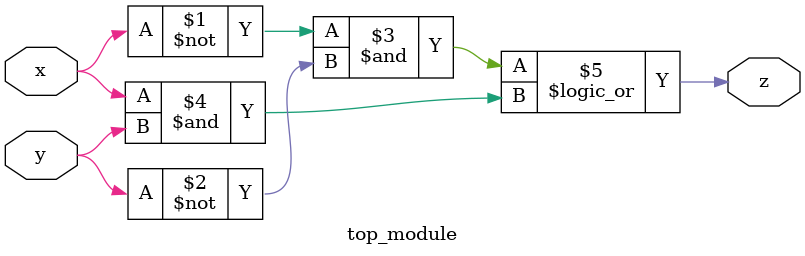
<source format=v>
module top_module ( input x, input y, output z );
    assign z = ((~x & ~y) || (x & y));
endmodule

</source>
